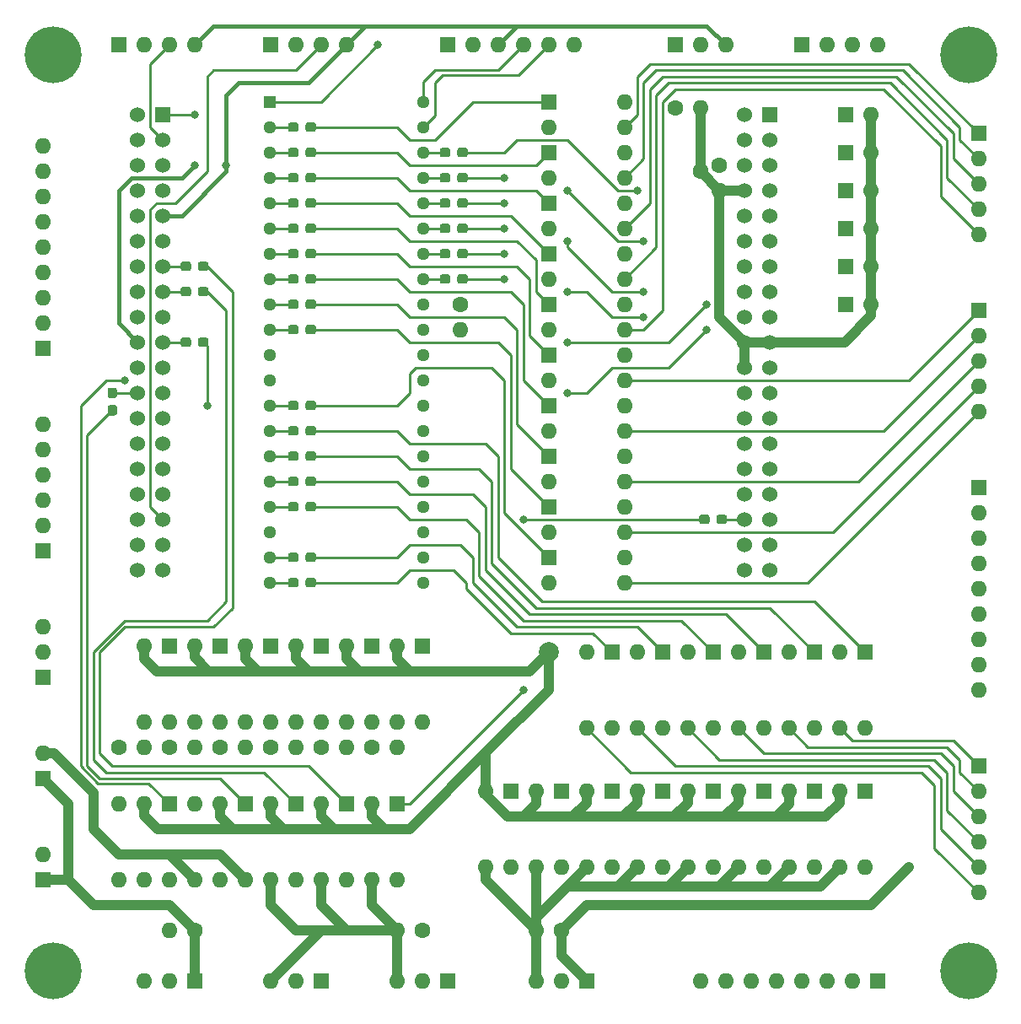
<source format=gbl>
G04 #@! TF.GenerationSoftware,KiCad,Pcbnew,(5.1.6)-1*
G04 #@! TF.CreationDate,2023-04-05T02:19:51+09:00*
G04 #@! TF.ProjectId,SubPCB,53756250-4342-42e6-9b69-6361645f7063,rev?*
G04 #@! TF.SameCoordinates,Original*
G04 #@! TF.FileFunction,Copper,L2,Bot*
G04 #@! TF.FilePolarity,Positive*
%FSLAX46Y46*%
G04 Gerber Fmt 4.6, Leading zero omitted, Abs format (unit mm)*
G04 Created by KiCad (PCBNEW (5.1.6)-1) date 2023-04-05 02:19:51*
%MOMM*%
%LPD*%
G01*
G04 APERTURE LIST*
G04 #@! TA.AperFunction,ComponentPad*
%ADD10O,1.600000X1.600000*%
G04 #@! TD*
G04 #@! TA.AperFunction,ComponentPad*
%ADD11R,1.600000X1.600000*%
G04 #@! TD*
G04 #@! TA.AperFunction,ComponentPad*
%ADD12R,1.530000X1.530000*%
G04 #@! TD*
G04 #@! TA.AperFunction,ComponentPad*
%ADD13C,1.530000*%
G04 #@! TD*
G04 #@! TA.AperFunction,ComponentPad*
%ADD14C,1.600000*%
G04 #@! TD*
G04 #@! TA.AperFunction,ComponentPad*
%ADD15C,1.280000*%
G04 #@! TD*
G04 #@! TA.AperFunction,ComponentPad*
%ADD16R,1.280000X1.280000*%
G04 #@! TD*
G04 #@! TA.AperFunction,ComponentPad*
%ADD17C,5.700000*%
G04 #@! TD*
G04 #@! TA.AperFunction,ViaPad*
%ADD18C,0.800000*%
G04 #@! TD*
G04 #@! TA.AperFunction,ViaPad*
%ADD19C,1.600000*%
G04 #@! TD*
G04 #@! TA.AperFunction,ViaPad*
%ADD20C,2.000000*%
G04 #@! TD*
G04 #@! TA.AperFunction,Conductor*
%ADD21C,0.400000*%
G04 #@! TD*
G04 #@! TA.AperFunction,Conductor*
%ADD22C,1.000000*%
G04 #@! TD*
G04 #@! TA.AperFunction,Conductor*
%ADD23C,0.250000*%
G04 #@! TD*
G04 APERTURE END LIST*
D10*
X83185000Y-6985000D03*
D11*
X80645000Y-6985000D03*
D10*
X83185000Y-10795000D03*
D11*
X80645000Y-10795000D03*
D10*
X83185000Y-14605000D03*
D11*
X80645000Y-14605000D03*
D10*
X83185000Y-18415000D03*
D11*
X80645000Y-18415000D03*
D10*
X83185000Y-22225000D03*
D11*
X80645000Y-22225000D03*
D10*
X83185000Y-26035000D03*
D11*
X80645000Y-26035000D03*
G04 #@! TA.AperFunction,SMDPad,CuDef*
G36*
G01*
X40925000Y-23257500D02*
X40925000Y-23732500D01*
G75*
G02*
X40687500Y-23970000I-237500J0D01*
G01*
X40112500Y-23970000D01*
G75*
G02*
X39875000Y-23732500I0J237500D01*
G01*
X39875000Y-23257500D01*
G75*
G02*
X40112500Y-23020000I237500J0D01*
G01*
X40687500Y-23020000D01*
G75*
G02*
X40925000Y-23257500I0J-237500D01*
G01*
G37*
G04 #@! TD.AperFunction*
G04 #@! TA.AperFunction,SMDPad,CuDef*
G36*
G01*
X42675000Y-23257500D02*
X42675000Y-23732500D01*
G75*
G02*
X42437500Y-23970000I-237500J0D01*
G01*
X41862500Y-23970000D01*
G75*
G02*
X41625000Y-23732500I0J237500D01*
G01*
X41625000Y-23257500D01*
G75*
G02*
X41862500Y-23020000I237500J0D01*
G01*
X42437500Y-23020000D01*
G75*
G02*
X42675000Y-23257500I0J-237500D01*
G01*
G37*
G04 #@! TD.AperFunction*
G04 #@! TA.AperFunction,SMDPad,CuDef*
G36*
G01*
X40925000Y-20717500D02*
X40925000Y-21192500D01*
G75*
G02*
X40687500Y-21430000I-237500J0D01*
G01*
X40112500Y-21430000D01*
G75*
G02*
X39875000Y-21192500I0J237500D01*
G01*
X39875000Y-20717500D01*
G75*
G02*
X40112500Y-20480000I237500J0D01*
G01*
X40687500Y-20480000D01*
G75*
G02*
X40925000Y-20717500I0J-237500D01*
G01*
G37*
G04 #@! TD.AperFunction*
G04 #@! TA.AperFunction,SMDPad,CuDef*
G36*
G01*
X42675000Y-20717500D02*
X42675000Y-21192500D01*
G75*
G02*
X42437500Y-21430000I-237500J0D01*
G01*
X41862500Y-21430000D01*
G75*
G02*
X41625000Y-21192500I0J237500D01*
G01*
X41625000Y-20717500D01*
G75*
G02*
X41862500Y-20480000I237500J0D01*
G01*
X42437500Y-20480000D01*
G75*
G02*
X42675000Y-20717500I0J-237500D01*
G01*
G37*
G04 #@! TD.AperFunction*
G04 #@! TA.AperFunction,SMDPad,CuDef*
G36*
G01*
X40925000Y-18177500D02*
X40925000Y-18652500D01*
G75*
G02*
X40687500Y-18890000I-237500J0D01*
G01*
X40112500Y-18890000D01*
G75*
G02*
X39875000Y-18652500I0J237500D01*
G01*
X39875000Y-18177500D01*
G75*
G02*
X40112500Y-17940000I237500J0D01*
G01*
X40687500Y-17940000D01*
G75*
G02*
X40925000Y-18177500I0J-237500D01*
G01*
G37*
G04 #@! TD.AperFunction*
G04 #@! TA.AperFunction,SMDPad,CuDef*
G36*
G01*
X42675000Y-18177500D02*
X42675000Y-18652500D01*
G75*
G02*
X42437500Y-18890000I-237500J0D01*
G01*
X41862500Y-18890000D01*
G75*
G02*
X41625000Y-18652500I0J237500D01*
G01*
X41625000Y-18177500D01*
G75*
G02*
X41862500Y-17940000I237500J0D01*
G01*
X42437500Y-17940000D01*
G75*
G02*
X42675000Y-18177500I0J-237500D01*
G01*
G37*
G04 #@! TD.AperFunction*
G04 #@! TA.AperFunction,SMDPad,CuDef*
G36*
G01*
X40925000Y-15637500D02*
X40925000Y-16112500D01*
G75*
G02*
X40687500Y-16350000I-237500J0D01*
G01*
X40112500Y-16350000D01*
G75*
G02*
X39875000Y-16112500I0J237500D01*
G01*
X39875000Y-15637500D01*
G75*
G02*
X40112500Y-15400000I237500J0D01*
G01*
X40687500Y-15400000D01*
G75*
G02*
X40925000Y-15637500I0J-237500D01*
G01*
G37*
G04 #@! TD.AperFunction*
G04 #@! TA.AperFunction,SMDPad,CuDef*
G36*
G01*
X42675000Y-15637500D02*
X42675000Y-16112500D01*
G75*
G02*
X42437500Y-16350000I-237500J0D01*
G01*
X41862500Y-16350000D01*
G75*
G02*
X41625000Y-16112500I0J237500D01*
G01*
X41625000Y-15637500D01*
G75*
G02*
X41862500Y-15400000I237500J0D01*
G01*
X42437500Y-15400000D01*
G75*
G02*
X42675000Y-15637500I0J-237500D01*
G01*
G37*
G04 #@! TD.AperFunction*
G04 #@! TA.AperFunction,SMDPad,CuDef*
G36*
G01*
X40925000Y-13097500D02*
X40925000Y-13572500D01*
G75*
G02*
X40687500Y-13810000I-237500J0D01*
G01*
X40112500Y-13810000D01*
G75*
G02*
X39875000Y-13572500I0J237500D01*
G01*
X39875000Y-13097500D01*
G75*
G02*
X40112500Y-12860000I237500J0D01*
G01*
X40687500Y-12860000D01*
G75*
G02*
X40925000Y-13097500I0J-237500D01*
G01*
G37*
G04 #@! TD.AperFunction*
G04 #@! TA.AperFunction,SMDPad,CuDef*
G36*
G01*
X42675000Y-13097500D02*
X42675000Y-13572500D01*
G75*
G02*
X42437500Y-13810000I-237500J0D01*
G01*
X41862500Y-13810000D01*
G75*
G02*
X41625000Y-13572500I0J237500D01*
G01*
X41625000Y-13097500D01*
G75*
G02*
X41862500Y-12860000I237500J0D01*
G01*
X42437500Y-12860000D01*
G75*
G02*
X42675000Y-13097500I0J-237500D01*
G01*
G37*
G04 #@! TD.AperFunction*
G04 #@! TA.AperFunction,SMDPad,CuDef*
G36*
G01*
X40925000Y-10557500D02*
X40925000Y-11032500D01*
G75*
G02*
X40687500Y-11270000I-237500J0D01*
G01*
X40112500Y-11270000D01*
G75*
G02*
X39875000Y-11032500I0J237500D01*
G01*
X39875000Y-10557500D01*
G75*
G02*
X40112500Y-10320000I237500J0D01*
G01*
X40687500Y-10320000D01*
G75*
G02*
X40925000Y-10557500I0J-237500D01*
G01*
G37*
G04 #@! TD.AperFunction*
G04 #@! TA.AperFunction,SMDPad,CuDef*
G36*
G01*
X42675000Y-10557500D02*
X42675000Y-11032500D01*
G75*
G02*
X42437500Y-11270000I-237500J0D01*
G01*
X41862500Y-11270000D01*
G75*
G02*
X41625000Y-11032500I0J237500D01*
G01*
X41625000Y-10557500D01*
G75*
G02*
X41862500Y-10320000I237500J0D01*
G01*
X42437500Y-10320000D01*
G75*
G02*
X42675000Y-10557500I0J-237500D01*
G01*
G37*
G04 #@! TD.AperFunction*
D12*
X73025000Y-6985000D03*
D13*
X73025000Y-52705000D03*
X70485000Y-6985000D03*
X73025000Y-9525000D03*
X70485000Y-9525000D03*
X73025000Y-12065000D03*
X70485000Y-12065000D03*
X73025000Y-14605000D03*
X70485000Y-14605000D03*
X73025000Y-17145000D03*
X70485000Y-17145000D03*
X73025000Y-19685000D03*
X70485000Y-19685000D03*
X73025000Y-22225000D03*
X70485000Y-22225000D03*
X73025000Y-24765000D03*
X70485000Y-24765000D03*
X73025000Y-27305000D03*
X70485000Y-27305000D03*
X73025000Y-29845000D03*
X70485000Y-29845000D03*
X73025000Y-32385000D03*
X70485000Y-32385000D03*
X73025000Y-34925000D03*
X70485000Y-34925000D03*
X73025000Y-37465000D03*
X70485000Y-37465000D03*
X73025000Y-40005000D03*
X70485000Y-40005000D03*
X73025000Y-42545000D03*
X70485000Y-42545000D03*
X73025000Y-45085000D03*
X70485000Y-45085000D03*
X73025000Y-47625000D03*
X70485000Y-47625000D03*
X73025000Y-50165000D03*
X70485000Y-50165000D03*
X70485000Y-52705000D03*
D12*
X12065000Y-6985000D03*
D13*
X12065000Y-52705000D03*
X9525000Y-6985000D03*
X12065000Y-9525000D03*
X9525000Y-9525000D03*
X12065000Y-12065000D03*
X9525000Y-12065000D03*
X12065000Y-14605000D03*
X9525000Y-14605000D03*
X12065000Y-17145000D03*
X9525000Y-17145000D03*
X12065000Y-19685000D03*
X9525000Y-19685000D03*
X12065000Y-22225000D03*
X9525000Y-22225000D03*
X12065000Y-24765000D03*
X9525000Y-24765000D03*
X12065000Y-27305000D03*
X9525000Y-27305000D03*
X12065000Y-29845000D03*
X9525000Y-29845000D03*
X12065000Y-32385000D03*
X9525000Y-32385000D03*
X12065000Y-34925000D03*
X9525000Y-34925000D03*
X12065000Y-37465000D03*
X9525000Y-37465000D03*
X12065000Y-40005000D03*
X9525000Y-40005000D03*
X12065000Y-42545000D03*
X9525000Y-42545000D03*
X12065000Y-45085000D03*
X9525000Y-45085000D03*
X12065000Y-47625000D03*
X9525000Y-47625000D03*
X12065000Y-50165000D03*
X9525000Y-50165000D03*
X9525000Y-52705000D03*
D10*
X25400000Y-93980000D03*
X22860000Y-93980000D03*
D11*
X27940000Y-93980000D03*
X76200000Y0D03*
D10*
X81280000Y0D03*
X78740000Y0D03*
X83820000Y0D03*
X93980000Y-52070000D03*
X93980000Y-46990000D03*
X93980000Y-49530000D03*
D11*
X93980000Y-44450000D03*
D10*
X93980000Y-54610000D03*
X93980000Y-57150000D03*
X93980000Y-59690000D03*
X93980000Y-62230000D03*
X93980000Y-64770000D03*
X46990000Y-82550000D03*
X44450000Y-74930000D03*
X44450000Y-82550000D03*
D11*
X46990000Y-74930000D03*
D10*
X52070000Y-82550000D03*
X49530000Y-74930000D03*
X49530000Y-82550000D03*
D11*
X52070000Y-74930000D03*
D10*
X57150000Y-82550000D03*
X54610000Y-74930000D03*
X54610000Y-82550000D03*
D11*
X57150000Y-74930000D03*
D10*
X62230000Y-82550000D03*
X59690000Y-74930000D03*
X59690000Y-82550000D03*
D11*
X62230000Y-74930000D03*
D10*
X67310000Y-82550000D03*
X64770000Y-74930000D03*
X64770000Y-82550000D03*
D11*
X67310000Y-74930000D03*
D10*
X72390000Y-82550000D03*
X69850000Y-74930000D03*
X69850000Y-82550000D03*
D11*
X72390000Y-74930000D03*
D10*
X77470000Y-82550000D03*
X74930000Y-74930000D03*
X74930000Y-82550000D03*
D11*
X77470000Y-74930000D03*
D10*
X82550000Y-82550000D03*
X80010000Y-74930000D03*
X80010000Y-82550000D03*
D11*
X82550000Y-74930000D03*
D10*
X57150000Y-68580000D03*
X54610000Y-60960000D03*
X54610000Y-68580000D03*
D11*
X57150000Y-60960000D03*
D10*
X62230000Y-68580000D03*
X59690000Y-60960000D03*
X59690000Y-68580000D03*
D11*
X62230000Y-60960000D03*
D10*
X67310000Y-68580000D03*
X64770000Y-60960000D03*
X64770000Y-68580000D03*
D11*
X67310000Y-60960000D03*
D10*
X72390000Y-68580000D03*
X69850000Y-60960000D03*
X69850000Y-68580000D03*
D11*
X72390000Y-60960000D03*
D10*
X77470000Y-68580000D03*
X74930000Y-60960000D03*
X74930000Y-68580000D03*
D11*
X77470000Y-60960000D03*
D10*
X82550000Y-68580000D03*
X80010000Y-60960000D03*
X80010000Y-68580000D03*
D11*
X82550000Y-60960000D03*
D10*
X58420000Y-51435000D03*
X50800000Y-53975000D03*
X58420000Y-53975000D03*
D11*
X50800000Y-51435000D03*
D10*
X58420000Y-46355000D03*
X50800000Y-48895000D03*
X58420000Y-48895000D03*
D11*
X50800000Y-46355000D03*
D10*
X58420000Y-41275000D03*
X50800000Y-43815000D03*
X58420000Y-43815000D03*
D11*
X50800000Y-41275000D03*
D10*
X58420000Y-36195000D03*
X50800000Y-38735000D03*
X58420000Y-38735000D03*
D11*
X50800000Y-36195000D03*
D10*
X58420000Y-31115000D03*
X50800000Y-33655000D03*
X58420000Y-33655000D03*
D11*
X50800000Y-31115000D03*
D10*
X58420000Y-26035000D03*
X50800000Y-28575000D03*
X58420000Y-28575000D03*
D11*
X50800000Y-26035000D03*
D10*
X58420000Y-20955000D03*
X50800000Y-23495000D03*
X58420000Y-23495000D03*
D11*
X50800000Y-20955000D03*
D10*
X58420000Y-15875000D03*
X50800000Y-18415000D03*
X58420000Y-18415000D03*
D11*
X50800000Y-15875000D03*
D10*
X58420000Y-10795000D03*
X50800000Y-13335000D03*
X58420000Y-13335000D03*
D11*
X50800000Y-10795000D03*
D10*
X58420000Y-5715000D03*
X50800000Y-8255000D03*
X58420000Y-8255000D03*
D11*
X50800000Y-5715000D03*
D10*
X12700000Y-67945000D03*
X10160000Y-60325000D03*
X10160000Y-67945000D03*
D11*
X12700000Y-60325000D03*
D10*
X17780000Y-67945000D03*
X15240000Y-60325000D03*
X15240000Y-67945000D03*
D11*
X17780000Y-60325000D03*
D10*
X22860000Y-67945000D03*
X20320000Y-60325000D03*
X20320000Y-67945000D03*
D11*
X22860000Y-60325000D03*
D10*
X27940000Y-67945000D03*
X25400000Y-60325000D03*
X25400000Y-67945000D03*
D11*
X27940000Y-60325000D03*
D10*
X33020000Y-67945000D03*
X30480000Y-60325000D03*
X30480000Y-67945000D03*
D11*
X33020000Y-60325000D03*
D10*
X38100000Y-67945000D03*
X35560000Y-60325000D03*
X35560000Y-67945000D03*
D11*
X38100000Y-60325000D03*
D10*
X25400000Y-83820000D03*
X22860000Y-76200000D03*
X22860000Y-83820000D03*
D11*
X25400000Y-76200000D03*
D10*
X30480000Y-83820000D03*
X27940000Y-76200000D03*
X27940000Y-83820000D03*
D11*
X30480000Y-76200000D03*
D10*
X35560000Y-83820000D03*
X33020000Y-76200000D03*
X33020000Y-83820000D03*
D11*
X35560000Y-76200000D03*
D10*
X12700000Y-83820000D03*
X7620000Y-76200000D03*
X10160000Y-83820000D03*
X10160000Y-76200000D03*
X7620000Y-83820000D03*
D11*
X12700000Y-76200000D03*
D10*
X20320000Y-83820000D03*
X15240000Y-76200000D03*
X17780000Y-83820000D03*
X17780000Y-76200000D03*
X15240000Y-83820000D03*
D11*
X20320000Y-76200000D03*
G04 #@! TA.AperFunction,SMDPad,CuDef*
G36*
G01*
X25685000Y-53737500D02*
X25685000Y-54212500D01*
G75*
G02*
X25447500Y-54450000I-237500J0D01*
G01*
X24872500Y-54450000D01*
G75*
G02*
X24635000Y-54212500I0J237500D01*
G01*
X24635000Y-53737500D01*
G75*
G02*
X24872500Y-53500000I237500J0D01*
G01*
X25447500Y-53500000D01*
G75*
G02*
X25685000Y-53737500I0J-237500D01*
G01*
G37*
G04 #@! TD.AperFunction*
G04 #@! TA.AperFunction,SMDPad,CuDef*
G36*
G01*
X27435000Y-53737500D02*
X27435000Y-54212500D01*
G75*
G02*
X27197500Y-54450000I-237500J0D01*
G01*
X26622500Y-54450000D01*
G75*
G02*
X26385000Y-54212500I0J237500D01*
G01*
X26385000Y-53737500D01*
G75*
G02*
X26622500Y-53500000I237500J0D01*
G01*
X27197500Y-53500000D01*
G75*
G02*
X27435000Y-53737500I0J-237500D01*
G01*
G37*
G04 #@! TD.AperFunction*
G04 #@! TA.AperFunction,SMDPad,CuDef*
G36*
G01*
X25685000Y-51197500D02*
X25685000Y-51672500D01*
G75*
G02*
X25447500Y-51910000I-237500J0D01*
G01*
X24872500Y-51910000D01*
G75*
G02*
X24635000Y-51672500I0J237500D01*
G01*
X24635000Y-51197500D01*
G75*
G02*
X24872500Y-50960000I237500J0D01*
G01*
X25447500Y-50960000D01*
G75*
G02*
X25685000Y-51197500I0J-237500D01*
G01*
G37*
G04 #@! TD.AperFunction*
G04 #@! TA.AperFunction,SMDPad,CuDef*
G36*
G01*
X27435000Y-51197500D02*
X27435000Y-51672500D01*
G75*
G02*
X27197500Y-51910000I-237500J0D01*
G01*
X26622500Y-51910000D01*
G75*
G02*
X26385000Y-51672500I0J237500D01*
G01*
X26385000Y-51197500D01*
G75*
G02*
X26622500Y-50960000I237500J0D01*
G01*
X27197500Y-50960000D01*
G75*
G02*
X27435000Y-51197500I0J-237500D01*
G01*
G37*
G04 #@! TD.AperFunction*
G04 #@! TA.AperFunction,SMDPad,CuDef*
G36*
G01*
X25685000Y-46117500D02*
X25685000Y-46592500D01*
G75*
G02*
X25447500Y-46830000I-237500J0D01*
G01*
X24872500Y-46830000D01*
G75*
G02*
X24635000Y-46592500I0J237500D01*
G01*
X24635000Y-46117500D01*
G75*
G02*
X24872500Y-45880000I237500J0D01*
G01*
X25447500Y-45880000D01*
G75*
G02*
X25685000Y-46117500I0J-237500D01*
G01*
G37*
G04 #@! TD.AperFunction*
G04 #@! TA.AperFunction,SMDPad,CuDef*
G36*
G01*
X27435000Y-46117500D02*
X27435000Y-46592500D01*
G75*
G02*
X27197500Y-46830000I-237500J0D01*
G01*
X26622500Y-46830000D01*
G75*
G02*
X26385000Y-46592500I0J237500D01*
G01*
X26385000Y-46117500D01*
G75*
G02*
X26622500Y-45880000I237500J0D01*
G01*
X27197500Y-45880000D01*
G75*
G02*
X27435000Y-46117500I0J-237500D01*
G01*
G37*
G04 #@! TD.AperFunction*
G04 #@! TA.AperFunction,SMDPad,CuDef*
G36*
G01*
X25685000Y-43577500D02*
X25685000Y-44052500D01*
G75*
G02*
X25447500Y-44290000I-237500J0D01*
G01*
X24872500Y-44290000D01*
G75*
G02*
X24635000Y-44052500I0J237500D01*
G01*
X24635000Y-43577500D01*
G75*
G02*
X24872500Y-43340000I237500J0D01*
G01*
X25447500Y-43340000D01*
G75*
G02*
X25685000Y-43577500I0J-237500D01*
G01*
G37*
G04 #@! TD.AperFunction*
G04 #@! TA.AperFunction,SMDPad,CuDef*
G36*
G01*
X27435000Y-43577500D02*
X27435000Y-44052500D01*
G75*
G02*
X27197500Y-44290000I-237500J0D01*
G01*
X26622500Y-44290000D01*
G75*
G02*
X26385000Y-44052500I0J237500D01*
G01*
X26385000Y-43577500D01*
G75*
G02*
X26622500Y-43340000I237500J0D01*
G01*
X27197500Y-43340000D01*
G75*
G02*
X27435000Y-43577500I0J-237500D01*
G01*
G37*
G04 #@! TD.AperFunction*
G04 #@! TA.AperFunction,SMDPad,CuDef*
G36*
G01*
X25685000Y-41037500D02*
X25685000Y-41512500D01*
G75*
G02*
X25447500Y-41750000I-237500J0D01*
G01*
X24872500Y-41750000D01*
G75*
G02*
X24635000Y-41512500I0J237500D01*
G01*
X24635000Y-41037500D01*
G75*
G02*
X24872500Y-40800000I237500J0D01*
G01*
X25447500Y-40800000D01*
G75*
G02*
X25685000Y-41037500I0J-237500D01*
G01*
G37*
G04 #@! TD.AperFunction*
G04 #@! TA.AperFunction,SMDPad,CuDef*
G36*
G01*
X27435000Y-41037500D02*
X27435000Y-41512500D01*
G75*
G02*
X27197500Y-41750000I-237500J0D01*
G01*
X26622500Y-41750000D01*
G75*
G02*
X26385000Y-41512500I0J237500D01*
G01*
X26385000Y-41037500D01*
G75*
G02*
X26622500Y-40800000I237500J0D01*
G01*
X27197500Y-40800000D01*
G75*
G02*
X27435000Y-41037500I0J-237500D01*
G01*
G37*
G04 #@! TD.AperFunction*
G04 #@! TA.AperFunction,SMDPad,CuDef*
G36*
G01*
X25685000Y-38497500D02*
X25685000Y-38972500D01*
G75*
G02*
X25447500Y-39210000I-237500J0D01*
G01*
X24872500Y-39210000D01*
G75*
G02*
X24635000Y-38972500I0J237500D01*
G01*
X24635000Y-38497500D01*
G75*
G02*
X24872500Y-38260000I237500J0D01*
G01*
X25447500Y-38260000D01*
G75*
G02*
X25685000Y-38497500I0J-237500D01*
G01*
G37*
G04 #@! TD.AperFunction*
G04 #@! TA.AperFunction,SMDPad,CuDef*
G36*
G01*
X27435000Y-38497500D02*
X27435000Y-38972500D01*
G75*
G02*
X27197500Y-39210000I-237500J0D01*
G01*
X26622500Y-39210000D01*
G75*
G02*
X26385000Y-38972500I0J237500D01*
G01*
X26385000Y-38497500D01*
G75*
G02*
X26622500Y-38260000I237500J0D01*
G01*
X27197500Y-38260000D01*
G75*
G02*
X27435000Y-38497500I0J-237500D01*
G01*
G37*
G04 #@! TD.AperFunction*
G04 #@! TA.AperFunction,SMDPad,CuDef*
G36*
G01*
X25685000Y-35957500D02*
X25685000Y-36432500D01*
G75*
G02*
X25447500Y-36670000I-237500J0D01*
G01*
X24872500Y-36670000D01*
G75*
G02*
X24635000Y-36432500I0J237500D01*
G01*
X24635000Y-35957500D01*
G75*
G02*
X24872500Y-35720000I237500J0D01*
G01*
X25447500Y-35720000D01*
G75*
G02*
X25685000Y-35957500I0J-237500D01*
G01*
G37*
G04 #@! TD.AperFunction*
G04 #@! TA.AperFunction,SMDPad,CuDef*
G36*
G01*
X27435000Y-35957500D02*
X27435000Y-36432500D01*
G75*
G02*
X27197500Y-36670000I-237500J0D01*
G01*
X26622500Y-36670000D01*
G75*
G02*
X26385000Y-36432500I0J237500D01*
G01*
X26385000Y-35957500D01*
G75*
G02*
X26622500Y-35720000I237500J0D01*
G01*
X27197500Y-35720000D01*
G75*
G02*
X27435000Y-35957500I0J-237500D01*
G01*
G37*
G04 #@! TD.AperFunction*
G04 #@! TA.AperFunction,SMDPad,CuDef*
G36*
G01*
X25685000Y-28337500D02*
X25685000Y-28812500D01*
G75*
G02*
X25447500Y-29050000I-237500J0D01*
G01*
X24872500Y-29050000D01*
G75*
G02*
X24635000Y-28812500I0J237500D01*
G01*
X24635000Y-28337500D01*
G75*
G02*
X24872500Y-28100000I237500J0D01*
G01*
X25447500Y-28100000D01*
G75*
G02*
X25685000Y-28337500I0J-237500D01*
G01*
G37*
G04 #@! TD.AperFunction*
G04 #@! TA.AperFunction,SMDPad,CuDef*
G36*
G01*
X27435000Y-28337500D02*
X27435000Y-28812500D01*
G75*
G02*
X27197500Y-29050000I-237500J0D01*
G01*
X26622500Y-29050000D01*
G75*
G02*
X26385000Y-28812500I0J237500D01*
G01*
X26385000Y-28337500D01*
G75*
G02*
X26622500Y-28100000I237500J0D01*
G01*
X27197500Y-28100000D01*
G75*
G02*
X27435000Y-28337500I0J-237500D01*
G01*
G37*
G04 #@! TD.AperFunction*
G04 #@! TA.AperFunction,SMDPad,CuDef*
G36*
G01*
X25685000Y-25797500D02*
X25685000Y-26272500D01*
G75*
G02*
X25447500Y-26510000I-237500J0D01*
G01*
X24872500Y-26510000D01*
G75*
G02*
X24635000Y-26272500I0J237500D01*
G01*
X24635000Y-25797500D01*
G75*
G02*
X24872500Y-25560000I237500J0D01*
G01*
X25447500Y-25560000D01*
G75*
G02*
X25685000Y-25797500I0J-237500D01*
G01*
G37*
G04 #@! TD.AperFunction*
G04 #@! TA.AperFunction,SMDPad,CuDef*
G36*
G01*
X27435000Y-25797500D02*
X27435000Y-26272500D01*
G75*
G02*
X27197500Y-26510000I-237500J0D01*
G01*
X26622500Y-26510000D01*
G75*
G02*
X26385000Y-26272500I0J237500D01*
G01*
X26385000Y-25797500D01*
G75*
G02*
X26622500Y-25560000I237500J0D01*
G01*
X27197500Y-25560000D01*
G75*
G02*
X27435000Y-25797500I0J-237500D01*
G01*
G37*
G04 #@! TD.AperFunction*
G04 #@! TA.AperFunction,SMDPad,CuDef*
G36*
G01*
X25685000Y-23257500D02*
X25685000Y-23732500D01*
G75*
G02*
X25447500Y-23970000I-237500J0D01*
G01*
X24872500Y-23970000D01*
G75*
G02*
X24635000Y-23732500I0J237500D01*
G01*
X24635000Y-23257500D01*
G75*
G02*
X24872500Y-23020000I237500J0D01*
G01*
X25447500Y-23020000D01*
G75*
G02*
X25685000Y-23257500I0J-237500D01*
G01*
G37*
G04 #@! TD.AperFunction*
G04 #@! TA.AperFunction,SMDPad,CuDef*
G36*
G01*
X27435000Y-23257500D02*
X27435000Y-23732500D01*
G75*
G02*
X27197500Y-23970000I-237500J0D01*
G01*
X26622500Y-23970000D01*
G75*
G02*
X26385000Y-23732500I0J237500D01*
G01*
X26385000Y-23257500D01*
G75*
G02*
X26622500Y-23020000I237500J0D01*
G01*
X27197500Y-23020000D01*
G75*
G02*
X27435000Y-23257500I0J-237500D01*
G01*
G37*
G04 #@! TD.AperFunction*
G04 #@! TA.AperFunction,SMDPad,CuDef*
G36*
G01*
X25685000Y-20717500D02*
X25685000Y-21192500D01*
G75*
G02*
X25447500Y-21430000I-237500J0D01*
G01*
X24872500Y-21430000D01*
G75*
G02*
X24635000Y-21192500I0J237500D01*
G01*
X24635000Y-20717500D01*
G75*
G02*
X24872500Y-20480000I237500J0D01*
G01*
X25447500Y-20480000D01*
G75*
G02*
X25685000Y-20717500I0J-237500D01*
G01*
G37*
G04 #@! TD.AperFunction*
G04 #@! TA.AperFunction,SMDPad,CuDef*
G36*
G01*
X27435000Y-20717500D02*
X27435000Y-21192500D01*
G75*
G02*
X27197500Y-21430000I-237500J0D01*
G01*
X26622500Y-21430000D01*
G75*
G02*
X26385000Y-21192500I0J237500D01*
G01*
X26385000Y-20717500D01*
G75*
G02*
X26622500Y-20480000I237500J0D01*
G01*
X27197500Y-20480000D01*
G75*
G02*
X27435000Y-20717500I0J-237500D01*
G01*
G37*
G04 #@! TD.AperFunction*
G04 #@! TA.AperFunction,SMDPad,CuDef*
G36*
G01*
X25685000Y-18177500D02*
X25685000Y-18652500D01*
G75*
G02*
X25447500Y-18890000I-237500J0D01*
G01*
X24872500Y-18890000D01*
G75*
G02*
X24635000Y-18652500I0J237500D01*
G01*
X24635000Y-18177500D01*
G75*
G02*
X24872500Y-17940000I237500J0D01*
G01*
X25447500Y-17940000D01*
G75*
G02*
X25685000Y-18177500I0J-237500D01*
G01*
G37*
G04 #@! TD.AperFunction*
G04 #@! TA.AperFunction,SMDPad,CuDef*
G36*
G01*
X27435000Y-18177500D02*
X27435000Y-18652500D01*
G75*
G02*
X27197500Y-18890000I-237500J0D01*
G01*
X26622500Y-18890000D01*
G75*
G02*
X26385000Y-18652500I0J237500D01*
G01*
X26385000Y-18177500D01*
G75*
G02*
X26622500Y-17940000I237500J0D01*
G01*
X27197500Y-17940000D01*
G75*
G02*
X27435000Y-18177500I0J-237500D01*
G01*
G37*
G04 #@! TD.AperFunction*
G04 #@! TA.AperFunction,SMDPad,CuDef*
G36*
G01*
X25685000Y-15637500D02*
X25685000Y-16112500D01*
G75*
G02*
X25447500Y-16350000I-237500J0D01*
G01*
X24872500Y-16350000D01*
G75*
G02*
X24635000Y-16112500I0J237500D01*
G01*
X24635000Y-15637500D01*
G75*
G02*
X24872500Y-15400000I237500J0D01*
G01*
X25447500Y-15400000D01*
G75*
G02*
X25685000Y-15637500I0J-237500D01*
G01*
G37*
G04 #@! TD.AperFunction*
G04 #@! TA.AperFunction,SMDPad,CuDef*
G36*
G01*
X27435000Y-15637500D02*
X27435000Y-16112500D01*
G75*
G02*
X27197500Y-16350000I-237500J0D01*
G01*
X26622500Y-16350000D01*
G75*
G02*
X26385000Y-16112500I0J237500D01*
G01*
X26385000Y-15637500D01*
G75*
G02*
X26622500Y-15400000I237500J0D01*
G01*
X27197500Y-15400000D01*
G75*
G02*
X27435000Y-15637500I0J-237500D01*
G01*
G37*
G04 #@! TD.AperFunction*
G04 #@! TA.AperFunction,SMDPad,CuDef*
G36*
G01*
X25685000Y-13097500D02*
X25685000Y-13572500D01*
G75*
G02*
X25447500Y-13810000I-237500J0D01*
G01*
X24872500Y-13810000D01*
G75*
G02*
X24635000Y-13572500I0J237500D01*
G01*
X24635000Y-13097500D01*
G75*
G02*
X24872500Y-12860000I237500J0D01*
G01*
X25447500Y-12860000D01*
G75*
G02*
X25685000Y-13097500I0J-237500D01*
G01*
G37*
G04 #@! TD.AperFunction*
G04 #@! TA.AperFunction,SMDPad,CuDef*
G36*
G01*
X27435000Y-13097500D02*
X27435000Y-13572500D01*
G75*
G02*
X27197500Y-13810000I-237500J0D01*
G01*
X26622500Y-13810000D01*
G75*
G02*
X26385000Y-13572500I0J237500D01*
G01*
X26385000Y-13097500D01*
G75*
G02*
X26622500Y-12860000I237500J0D01*
G01*
X27197500Y-12860000D01*
G75*
G02*
X27435000Y-13097500I0J-237500D01*
G01*
G37*
G04 #@! TD.AperFunction*
G04 #@! TA.AperFunction,SMDPad,CuDef*
G36*
G01*
X25685000Y-10557500D02*
X25685000Y-11032500D01*
G75*
G02*
X25447500Y-11270000I-237500J0D01*
G01*
X24872500Y-11270000D01*
G75*
G02*
X24635000Y-11032500I0J237500D01*
G01*
X24635000Y-10557500D01*
G75*
G02*
X24872500Y-10320000I237500J0D01*
G01*
X25447500Y-10320000D01*
G75*
G02*
X25685000Y-10557500I0J-237500D01*
G01*
G37*
G04 #@! TD.AperFunction*
G04 #@! TA.AperFunction,SMDPad,CuDef*
G36*
G01*
X27435000Y-10557500D02*
X27435000Y-11032500D01*
G75*
G02*
X27197500Y-11270000I-237500J0D01*
G01*
X26622500Y-11270000D01*
G75*
G02*
X26385000Y-11032500I0J237500D01*
G01*
X26385000Y-10557500D01*
G75*
G02*
X26622500Y-10320000I237500J0D01*
G01*
X27197500Y-10320000D01*
G75*
G02*
X27435000Y-10557500I0J-237500D01*
G01*
G37*
G04 #@! TD.AperFunction*
G04 #@! TA.AperFunction,SMDPad,CuDef*
G36*
G01*
X25685000Y-8017500D02*
X25685000Y-8492500D01*
G75*
G02*
X25447500Y-8730000I-237500J0D01*
G01*
X24872500Y-8730000D01*
G75*
G02*
X24635000Y-8492500I0J237500D01*
G01*
X24635000Y-8017500D01*
G75*
G02*
X24872500Y-7780000I237500J0D01*
G01*
X25447500Y-7780000D01*
G75*
G02*
X25685000Y-8017500I0J-237500D01*
G01*
G37*
G04 #@! TD.AperFunction*
G04 #@! TA.AperFunction,SMDPad,CuDef*
G36*
G01*
X27435000Y-8017500D02*
X27435000Y-8492500D01*
G75*
G02*
X27197500Y-8730000I-237500J0D01*
G01*
X26622500Y-8730000D01*
G75*
G02*
X26385000Y-8492500I0J237500D01*
G01*
X26385000Y-8017500D01*
G75*
G02*
X26622500Y-7780000I237500J0D01*
G01*
X27197500Y-7780000D01*
G75*
G02*
X27435000Y-8017500I0J-237500D01*
G01*
G37*
G04 #@! TD.AperFunction*
D10*
X10160000Y-70485000D03*
D14*
X7620000Y-70485000D03*
D10*
X15240000Y-70485000D03*
D14*
X12700000Y-70485000D03*
D10*
X20320000Y-70485000D03*
D14*
X17780000Y-70485000D03*
D10*
X25400000Y-70485000D03*
D14*
X22860000Y-70485000D03*
D10*
X30480000Y-70485000D03*
D14*
X27940000Y-70485000D03*
D10*
X35560000Y-70485000D03*
D14*
X33020000Y-70485000D03*
G04 #@! TA.AperFunction,SMDPad,CuDef*
G36*
G01*
X14890000Y-29607500D02*
X14890000Y-30082500D01*
G75*
G02*
X14652500Y-30320000I-237500J0D01*
G01*
X14077500Y-30320000D01*
G75*
G02*
X13840000Y-30082500I0J237500D01*
G01*
X13840000Y-29607500D01*
G75*
G02*
X14077500Y-29370000I237500J0D01*
G01*
X14652500Y-29370000D01*
G75*
G02*
X14890000Y-29607500I0J-237500D01*
G01*
G37*
G04 #@! TD.AperFunction*
G04 #@! TA.AperFunction,SMDPad,CuDef*
G36*
G01*
X16640000Y-29607500D02*
X16640000Y-30082500D01*
G75*
G02*
X16402500Y-30320000I-237500J0D01*
G01*
X15827500Y-30320000D01*
G75*
G02*
X15590000Y-30082500I0J237500D01*
G01*
X15590000Y-29607500D01*
G75*
G02*
X15827500Y-29370000I237500J0D01*
G01*
X16402500Y-29370000D01*
G75*
G02*
X16640000Y-29607500I0J-237500D01*
G01*
G37*
G04 #@! TD.AperFunction*
G04 #@! TA.AperFunction,SMDPad,CuDef*
G36*
G01*
X14890000Y-24527500D02*
X14890000Y-25002500D01*
G75*
G02*
X14652500Y-25240000I-237500J0D01*
G01*
X14077500Y-25240000D01*
G75*
G02*
X13840000Y-25002500I0J237500D01*
G01*
X13840000Y-24527500D01*
G75*
G02*
X14077500Y-24290000I237500J0D01*
G01*
X14652500Y-24290000D01*
G75*
G02*
X14890000Y-24527500I0J-237500D01*
G01*
G37*
G04 #@! TD.AperFunction*
G04 #@! TA.AperFunction,SMDPad,CuDef*
G36*
G01*
X16640000Y-24527500D02*
X16640000Y-25002500D01*
G75*
G02*
X16402500Y-25240000I-237500J0D01*
G01*
X15827500Y-25240000D01*
G75*
G02*
X15590000Y-25002500I0J237500D01*
G01*
X15590000Y-24527500D01*
G75*
G02*
X15827500Y-24290000I237500J0D01*
G01*
X16402500Y-24290000D01*
G75*
G02*
X16640000Y-24527500I0J-237500D01*
G01*
G37*
G04 #@! TD.AperFunction*
G04 #@! TA.AperFunction,SMDPad,CuDef*
G36*
G01*
X14890000Y-21987500D02*
X14890000Y-22462500D01*
G75*
G02*
X14652500Y-22700000I-237500J0D01*
G01*
X14077500Y-22700000D01*
G75*
G02*
X13840000Y-22462500I0J237500D01*
G01*
X13840000Y-21987500D01*
G75*
G02*
X14077500Y-21750000I237500J0D01*
G01*
X14652500Y-21750000D01*
G75*
G02*
X14890000Y-21987500I0J-237500D01*
G01*
G37*
G04 #@! TD.AperFunction*
G04 #@! TA.AperFunction,SMDPad,CuDef*
G36*
G01*
X16640000Y-21987500D02*
X16640000Y-22462500D01*
G75*
G02*
X16402500Y-22700000I-237500J0D01*
G01*
X15827500Y-22700000D01*
G75*
G02*
X15590000Y-22462500I0J237500D01*
G01*
X15590000Y-21987500D01*
G75*
G02*
X15827500Y-21750000I237500J0D01*
G01*
X16402500Y-21750000D01*
G75*
G02*
X16640000Y-21987500I0J-237500D01*
G01*
G37*
G04 #@! TD.AperFunction*
G04 #@! TA.AperFunction,SMDPad,CuDef*
G36*
G01*
X67660000Y-47862500D02*
X67660000Y-47387500D01*
G75*
G02*
X67897500Y-47150000I237500J0D01*
G01*
X68472500Y-47150000D01*
G75*
G02*
X68710000Y-47387500I0J-237500D01*
G01*
X68710000Y-47862500D01*
G75*
G02*
X68472500Y-48100000I-237500J0D01*
G01*
X67897500Y-48100000D01*
G75*
G02*
X67660000Y-47862500I0J237500D01*
G01*
G37*
G04 #@! TD.AperFunction*
G04 #@! TA.AperFunction,SMDPad,CuDef*
G36*
G01*
X65910000Y-47862500D02*
X65910000Y-47387500D01*
G75*
G02*
X66147500Y-47150000I237500J0D01*
G01*
X66722500Y-47150000D01*
G75*
G02*
X66960000Y-47387500I0J-237500D01*
G01*
X66960000Y-47862500D01*
G75*
G02*
X66722500Y-48100000I-237500J0D01*
G01*
X66147500Y-48100000D01*
G75*
G02*
X65910000Y-47862500I0J237500D01*
G01*
G37*
G04 #@! TD.AperFunction*
G04 #@! TA.AperFunction,SMDPad,CuDef*
G36*
G01*
X7222500Y-35450000D02*
X6747500Y-35450000D01*
G75*
G02*
X6510000Y-35212500I0J237500D01*
G01*
X6510000Y-34637500D01*
G75*
G02*
X6747500Y-34400000I237500J0D01*
G01*
X7222500Y-34400000D01*
G75*
G02*
X7460000Y-34637500I0J-237500D01*
G01*
X7460000Y-35212500D01*
G75*
G02*
X7222500Y-35450000I-237500J0D01*
G01*
G37*
G04 #@! TD.AperFunction*
G04 #@! TA.AperFunction,SMDPad,CuDef*
G36*
G01*
X7222500Y-37200000D02*
X6747500Y-37200000D01*
G75*
G02*
X6510000Y-36962500I0J237500D01*
G01*
X6510000Y-36387500D01*
G75*
G02*
X6747500Y-36150000I237500J0D01*
G01*
X7222500Y-36150000D01*
G75*
G02*
X7460000Y-36387500I0J-237500D01*
G01*
X7460000Y-36962500D01*
G75*
G02*
X7222500Y-37200000I-237500J0D01*
G01*
G37*
G04 #@! TD.AperFunction*
D10*
X53340000Y0D03*
X50800000Y0D03*
D11*
X40640000Y0D03*
D10*
X45720000Y0D03*
X43180000Y0D03*
X48260000Y0D03*
D11*
X0Y-83820000D03*
D10*
X0Y-81280000D03*
X93980000Y-85090000D03*
X93980000Y-82550000D03*
D11*
X93980000Y-72390000D03*
D10*
X93980000Y-77470000D03*
X93980000Y-74930000D03*
X93980000Y-80010000D03*
X93980000Y-34290000D03*
X93980000Y-29210000D03*
X93980000Y-31750000D03*
D11*
X93980000Y-26670000D03*
D10*
X93980000Y-36830000D03*
X93980000Y-16510000D03*
X93980000Y-11430000D03*
X93980000Y-13970000D03*
D11*
X93980000Y-8890000D03*
D10*
X93980000Y-19050000D03*
X66040000Y-93980000D03*
X68580000Y-93980000D03*
X71120000Y-93980000D03*
X73660000Y-93980000D03*
D11*
X83820000Y-93980000D03*
D10*
X78740000Y-93980000D03*
X81280000Y-93980000D03*
X76200000Y-93980000D03*
X0Y-38100000D03*
X0Y-40640000D03*
D11*
X0Y-50800000D03*
D10*
X0Y-45720000D03*
X0Y-48260000D03*
X0Y-43180000D03*
X0Y-22860000D03*
X0Y-27940000D03*
X0Y-25400000D03*
D11*
X0Y-30480000D03*
D10*
X0Y-20320000D03*
X0Y-17780000D03*
X0Y-15240000D03*
X0Y-12700000D03*
X0Y-10160000D03*
X12700000Y-93980000D03*
X10160000Y-93980000D03*
D11*
X15240000Y-93980000D03*
D10*
X38100000Y-93980000D03*
X35560000Y-93980000D03*
D11*
X40640000Y-93980000D03*
D10*
X52070000Y-93980000D03*
X49530000Y-93980000D03*
D11*
X54610000Y-93980000D03*
D10*
X66040000Y0D03*
X68580000Y0D03*
D11*
X63500000Y0D03*
X0Y-73660000D03*
D10*
X0Y-71120000D03*
X0Y-60960000D03*
X0Y-58420000D03*
D11*
X0Y-63500000D03*
D14*
X41910000Y-26035000D03*
D10*
X41910000Y-28575000D03*
D14*
X67945000Y-12065000D03*
D10*
X67945000Y-14605000D03*
D14*
X15240000Y-88900000D03*
D10*
X12700000Y-88900000D03*
D14*
X38100000Y-88900000D03*
D10*
X35560000Y-88900000D03*
D14*
X52070000Y-88900000D03*
D10*
X49530000Y-88900000D03*
D14*
X63500000Y-6350000D03*
D10*
X66040000Y-6350000D03*
D11*
X22860000Y0D03*
D10*
X27940000Y0D03*
X25400000Y0D03*
X30480000Y0D03*
D11*
X7620000Y0D03*
D10*
X12700000Y0D03*
X10160000Y0D03*
X15240000Y0D03*
D15*
X38197500Y-5715000D03*
X38197500Y-8255000D03*
X38197500Y-10795000D03*
X38197500Y-13335000D03*
X38197500Y-15875000D03*
X38197500Y-18415000D03*
X38197500Y-20955000D03*
X38197500Y-23495000D03*
X38197500Y-26035000D03*
X38197500Y-28575000D03*
X38197500Y-31115000D03*
X38197500Y-33655000D03*
X38197500Y-36195000D03*
X38197500Y-38735000D03*
X38197500Y-41275000D03*
X38197500Y-43815000D03*
X38197500Y-46355000D03*
X38197500Y-48895000D03*
X38197500Y-51435000D03*
X38197500Y-53975000D03*
X22762500Y-53975000D03*
X22762500Y-51435000D03*
X22762500Y-48895000D03*
X22762500Y-46355000D03*
X22762500Y-43815000D03*
X22762500Y-41275000D03*
X22762500Y-38735000D03*
X22762500Y-36195000D03*
X22762500Y-33655000D03*
X22762500Y-31115000D03*
X22762500Y-28575000D03*
X22762500Y-26035000D03*
X22762500Y-23495000D03*
X22762500Y-20955000D03*
X22762500Y-18415000D03*
X22762500Y-15875000D03*
X22762500Y-13335000D03*
X22762500Y-10795000D03*
X22762500Y-8255000D03*
D16*
X22762500Y-5715000D03*
D17*
X92980000Y-92980000D03*
X1000000Y-92980000D03*
X92980000Y-1000000D03*
X1000000Y-1000000D03*
D18*
X15240000Y-12065000D03*
X18415000Y-12065000D03*
D19*
X66040000Y-12700000D03*
D20*
X50800000Y-60960000D03*
D18*
X86995000Y-82550000D03*
X15240000Y-6985000D03*
X8255000Y-33655000D03*
X48260000Y-47625000D03*
X48260000Y-64770000D03*
X16510000Y-36195000D03*
X33655000Y0D03*
X59690000Y-14605000D03*
X46355000Y-13335000D03*
X52705000Y-14605000D03*
X60325000Y-19685000D03*
X60325000Y-24765000D03*
X46355000Y-15875000D03*
X52705000Y-19685000D03*
X46355000Y-18415000D03*
X52705000Y-24765000D03*
X60325000Y-27305000D03*
X46355000Y-20955000D03*
X52705000Y-29845000D03*
X66675000Y-26035000D03*
X46355000Y-23495000D03*
X52705000Y-34925000D03*
X66675000Y-28575000D03*
D21*
X68580000Y0D02*
X66675000Y1905000D01*
X47625000Y1905000D02*
X45720000Y0D01*
X66675000Y1905000D02*
X47625000Y1905000D01*
X32385000Y1905000D02*
X30480000Y0D01*
X47625000Y1905000D02*
X32385000Y1905000D01*
X17145000Y1905000D02*
X15240000Y0D01*
X32385000Y1905000D02*
X17145000Y1905000D01*
X12065000Y-17145000D02*
X13970000Y-17145000D01*
X13970000Y-17145000D02*
X18415000Y-12700000D01*
X18415000Y-12700000D02*
X18415000Y-5080000D01*
X18415000Y-5080000D02*
X19685000Y-3810000D01*
X26670000Y-3810000D02*
X30480000Y0D01*
X19685000Y-3810000D02*
X26670000Y-3810000D01*
X8890000Y-13335000D02*
X13970000Y-13335000D01*
X7620000Y-14605000D02*
X8890000Y-13335000D01*
X13970000Y-13335000D02*
X15240000Y-12065000D01*
X7620000Y-27940000D02*
X7620000Y-14605000D01*
X9525000Y-29845000D02*
X7620000Y-27940000D01*
D22*
X67945000Y-14605000D02*
X70485000Y-14605000D01*
X67945000Y-27305000D02*
X70485000Y-29845000D01*
X67945000Y-14605000D02*
X67945000Y-27305000D01*
X70485000Y-32385000D02*
X70485000Y-29845000D01*
X70485000Y-29845000D02*
X73025000Y-29845000D01*
X66040000Y-6350000D02*
X66040000Y-12700000D01*
X66040000Y-12700000D02*
X67945000Y-14605000D01*
X80010000Y-76061370D02*
X78601370Y-77470000D01*
X80010000Y-74930000D02*
X80010000Y-76061370D01*
X44450000Y-75250002D02*
X44450000Y-74930000D01*
X46669998Y-77470000D02*
X44450000Y-75250002D01*
X50800000Y-64770000D02*
X50800000Y-60960000D01*
X10160000Y-76200000D02*
X10160000Y-77331370D01*
X10160000Y-77331370D02*
X11568630Y-78740000D01*
X44450000Y-71120000D02*
X44767500Y-70802500D01*
X36830000Y-78740000D02*
X44767500Y-70802500D01*
X44450000Y-74930000D02*
X44450000Y-71120000D01*
X44767500Y-70802500D02*
X50800000Y-64770000D01*
X53201370Y-77470000D02*
X52070000Y-77470000D01*
X54610000Y-76061370D02*
X53201370Y-77470000D01*
X54610000Y-74930000D02*
X54610000Y-76061370D01*
X58281370Y-77470000D02*
X57150000Y-77470000D01*
X59690000Y-76061370D02*
X58281370Y-77470000D01*
X59690000Y-74930000D02*
X59690000Y-76061370D01*
X57150000Y-77470000D02*
X52070000Y-77470000D01*
X63361370Y-77470000D02*
X62230000Y-77470000D01*
X64770000Y-76061370D02*
X63361370Y-77470000D01*
X64770000Y-74930000D02*
X64770000Y-76061370D01*
X62230000Y-77470000D02*
X57150000Y-77470000D01*
X68441370Y-77470000D02*
X67310000Y-77470000D01*
X69850000Y-76061370D02*
X68441370Y-77470000D01*
X69850000Y-74930000D02*
X69850000Y-76061370D01*
X67310000Y-77470000D02*
X62230000Y-77470000D01*
X74930000Y-76200000D02*
X73660000Y-77470000D01*
X74930000Y-74930000D02*
X74930000Y-76200000D01*
X78601370Y-77470000D02*
X73660000Y-77470000D01*
X73660000Y-77470000D02*
X67310000Y-77470000D01*
X49530000Y-76200000D02*
X48260000Y-77470000D01*
X49530000Y-74930000D02*
X49530000Y-76200000D01*
X52070000Y-77470000D02*
X48260000Y-77470000D01*
X48260000Y-77470000D02*
X46669998Y-77470000D01*
X17780000Y-77470000D02*
X19050000Y-78740000D01*
X17780000Y-76200000D02*
X17780000Y-77470000D01*
X11568630Y-78740000D02*
X19050000Y-78740000D01*
X22860000Y-77470000D02*
X24130000Y-78740000D01*
X22860000Y-76200000D02*
X22860000Y-77470000D01*
X19050000Y-78740000D02*
X24130000Y-78740000D01*
X27940000Y-77470000D02*
X29210000Y-78740000D01*
X27940000Y-76200000D02*
X27940000Y-77470000D01*
X24130000Y-78740000D02*
X29210000Y-78740000D01*
X33020000Y-76200000D02*
X33020000Y-77470000D01*
X29210000Y-78740000D02*
X34290000Y-78740000D01*
X33020000Y-77470000D02*
X34290000Y-78740000D01*
X34290000Y-78740000D02*
X36830000Y-78740000D01*
X10160000Y-60325000D02*
X10160000Y-61595000D01*
X10160000Y-61595000D02*
X11430000Y-62865000D01*
X48895000Y-62865000D02*
X50800000Y-60960000D01*
X16648630Y-62865000D02*
X17145000Y-62865000D01*
X15240000Y-61456370D02*
X16648630Y-62865000D01*
X15240000Y-60325000D02*
X15240000Y-61456370D01*
X11430000Y-62865000D02*
X17145000Y-62865000D01*
X20320000Y-61595000D02*
X21590000Y-62865000D01*
X20320000Y-60325000D02*
X20320000Y-61595000D01*
X17145000Y-62865000D02*
X21590000Y-62865000D01*
X25400000Y-61595000D02*
X26670000Y-62865000D01*
X25400000Y-60325000D02*
X25400000Y-61595000D01*
X21590000Y-62865000D02*
X26670000Y-62865000D01*
X30480000Y-61595000D02*
X31750000Y-62865000D01*
X30480000Y-60325000D02*
X30480000Y-61595000D01*
X26670000Y-62865000D02*
X31750000Y-62865000D01*
X35560000Y-60325000D02*
X35560000Y-61595000D01*
X31750000Y-62865000D02*
X36830000Y-62865000D01*
X35560000Y-61595000D02*
X36830000Y-62865000D01*
X36830000Y-62865000D02*
X48895000Y-62865000D01*
X80506370Y-29845000D02*
X83185000Y-27166370D01*
X83185000Y-27166370D02*
X83185000Y-26035000D01*
X73025000Y-29845000D02*
X80506370Y-29845000D01*
X83185000Y-26035000D02*
X83185000Y-22225000D01*
X83185000Y-22225000D02*
X83185000Y-18415000D01*
X83185000Y-18415000D02*
X83185000Y-14605000D01*
X83185000Y-14605000D02*
X83185000Y-10795000D01*
X83185000Y-10795000D02*
X83185000Y-6985000D01*
X52070000Y-91440000D02*
X54610000Y-93980000D01*
X52070000Y-88900000D02*
X52070000Y-91440000D01*
X52070000Y-88900000D02*
X54610000Y-86360000D01*
X83185000Y-86360000D02*
X86995000Y-82550000D01*
X54610000Y-86360000D02*
X83185000Y-86360000D01*
X49530000Y-93980000D02*
X49530000Y-88900000D01*
X44450000Y-83820000D02*
X49530000Y-88900000D01*
X44450000Y-82550000D02*
X44450000Y-83820000D01*
X49530000Y-82550000D02*
X49530000Y-88900000D01*
X49530000Y-88900000D02*
X49530000Y-87630000D01*
X78105000Y-84455000D02*
X80010000Y-82550000D01*
X52705000Y-84455000D02*
X54610000Y-82550000D01*
X49530000Y-87630000D02*
X52705000Y-84455000D01*
X74930000Y-82550000D02*
X73025000Y-84455000D01*
X73025000Y-84455000D02*
X78105000Y-84455000D01*
X67945000Y-84455000D02*
X66675000Y-84455000D01*
X69850000Y-82550000D02*
X67945000Y-84455000D01*
X66675000Y-84455000D02*
X73025000Y-84455000D01*
X62865000Y-84455000D02*
X62230000Y-84455000D01*
X64770000Y-82550000D02*
X62865000Y-84455000D01*
X62230000Y-84455000D02*
X66675000Y-84455000D01*
X59690000Y-82550000D02*
X57785000Y-84455000D01*
X52705000Y-84455000D02*
X57785000Y-84455000D01*
X57785000Y-84455000D02*
X62230000Y-84455000D01*
X22860000Y-93980000D02*
X27940000Y-88900000D01*
X35560000Y-93980000D02*
X35560000Y-88900000D01*
X33020000Y-86360000D02*
X35560000Y-88900000D01*
X33020000Y-83820000D02*
X33020000Y-86360000D01*
X27940000Y-83820000D02*
X27940000Y-86360000D01*
X30480000Y-88900000D02*
X35560000Y-88900000D01*
X27940000Y-86360000D02*
X30480000Y-88900000D01*
X22860000Y-83820000D02*
X22860000Y-86360000D01*
X22860000Y-86360000D02*
X25400000Y-88900000D01*
X25400000Y-88900000D02*
X30480000Y-88900000D01*
X15240000Y-93980000D02*
X15240000Y-88900000D01*
X15240000Y-88900000D02*
X12700000Y-86360000D01*
X0Y-73660000D02*
X2540000Y-76200000D01*
X2540000Y-76200000D02*
X2540000Y-83820000D01*
X2540000Y-83820000D02*
X5080000Y-86360000D01*
X12700000Y-86360000D02*
X5080000Y-86360000D01*
X0Y-83820000D02*
X2540000Y-83820000D01*
D23*
X10795000Y-1905000D02*
X12700000Y0D01*
X12065000Y-9525000D02*
X10795000Y-8255000D01*
X10795000Y-8255000D02*
X10795000Y-1905000D01*
X17145000Y-2540000D02*
X25400000Y-2540000D01*
X16510000Y-12700000D02*
X16510000Y-3175000D01*
X10795000Y-46355000D02*
X10795000Y-16510000D01*
X10795000Y-16510000D02*
X11430000Y-15875000D01*
X16510000Y-3175000D02*
X17145000Y-2540000D01*
X12065000Y-47625000D02*
X10795000Y-46355000D01*
X11430000Y-15875000D02*
X13335000Y-15875000D01*
X25400000Y-2540000D02*
X27940000Y0D01*
X13335000Y-15875000D02*
X16510000Y-12700000D01*
X12065000Y-6985000D02*
X15240000Y-6985000D01*
D22*
X1131370Y-71120000D02*
X5080000Y-75068630D01*
X0Y-71120000D02*
X1131370Y-71120000D01*
X5080000Y-75068630D02*
X5080000Y-78740000D01*
X5080000Y-78740000D02*
X7620000Y-81280000D01*
X17780000Y-81280000D02*
X20320000Y-83820000D01*
X12700000Y-81280000D02*
X15240000Y-83820000D01*
X12700000Y-81280000D02*
X17780000Y-81280000D01*
X7620000Y-81280000D02*
X12700000Y-81280000D01*
D23*
X6985000Y-34925000D02*
X9525000Y-34925000D01*
X20320000Y-76200000D02*
X17780000Y-73660000D01*
X17780000Y-73660000D02*
X5715000Y-73660000D01*
X5715000Y-73660000D02*
X4445000Y-72390000D01*
X4445000Y-39215000D02*
X6985000Y-36675000D01*
X4445000Y-72390000D02*
X4445000Y-39215000D01*
X5528599Y-74110009D02*
X3810000Y-72391410D01*
X12700000Y-76200000D02*
X10610009Y-74110009D01*
X10610009Y-74110009D02*
X5528599Y-74110009D01*
X3810000Y-72391410D02*
X3810000Y-71755000D01*
X3810000Y-71755000D02*
X3810000Y-36195000D01*
X3810000Y-36195000D02*
X6350000Y-33655000D01*
X6350000Y-33655000D02*
X8255000Y-33655000D01*
X68185000Y-47625000D02*
X70485000Y-47625000D01*
X66435000Y-47625000D02*
X48895000Y-47625000D01*
X48895000Y-47625000D02*
X48260000Y-47625000D01*
X48260000Y-64770000D02*
X36830000Y-76200000D01*
X36830000Y-76200000D02*
X35560000Y-76200000D01*
X12065000Y-22225000D02*
X14365000Y-22225000D01*
X30480000Y-76200000D02*
X26670000Y-72390000D01*
X26670000Y-72390000D02*
X6985000Y-72390000D01*
X6985000Y-72390000D02*
X5715000Y-71120000D01*
X5715000Y-71120000D02*
X5715000Y-60960000D01*
X5715000Y-60960000D02*
X8255000Y-58420000D01*
X16115000Y-22225000D02*
X16510000Y-22225000D01*
X16510000Y-22225000D02*
X19050000Y-24765000D01*
X19050000Y-24765000D02*
X19050000Y-56515000D01*
X17145000Y-58420000D02*
X8255000Y-58420000D01*
X19050000Y-56515000D02*
X17145000Y-58420000D01*
X12065000Y-24765000D02*
X14365000Y-24765000D01*
X25400000Y-76200000D02*
X22225000Y-73025000D01*
X22225000Y-73025000D02*
X6350000Y-73025000D01*
X6350000Y-73025000D02*
X5080000Y-71755000D01*
X5080000Y-71755000D02*
X5080000Y-60960000D01*
X5264991Y-60773599D02*
X8253590Y-57785000D01*
X5080000Y-60960000D02*
X5264990Y-60775010D01*
X5264990Y-60775010D02*
X5264991Y-60773599D01*
X8253590Y-57785000D02*
X16510000Y-57785000D01*
X16510000Y-57785000D02*
X18415000Y-55880000D01*
X18415000Y-55880000D02*
X18415000Y-26670000D01*
X18415000Y-26670000D02*
X16510000Y-24765000D01*
X16510000Y-24765000D02*
X16115000Y-24765000D01*
X12065000Y-29845000D02*
X14365000Y-29845000D01*
X16510000Y-30240000D02*
X16115000Y-29845000D01*
X16510000Y-36195000D02*
X16510000Y-30240000D01*
X61595000Y-20320000D02*
X61595000Y-5080000D01*
X58420000Y-23495000D02*
X61595000Y-20320000D01*
X61595000Y-5080000D02*
X62865000Y-3810000D01*
X62865000Y-3810000D02*
X85090000Y-3810000D01*
X85090000Y-3810000D02*
X90805000Y-9525000D01*
X90805000Y-13335000D02*
X93980000Y-16510000D01*
X90805000Y-9525000D02*
X90805000Y-13335000D01*
X58420000Y-13335000D02*
X60325000Y-11430000D01*
X60325000Y-11430000D02*
X60325000Y-3810000D01*
X60325000Y-3810000D02*
X61595000Y-2540000D01*
X61595000Y-2540000D02*
X86360000Y-2540000D01*
X86360000Y-2540000D02*
X92075000Y-8255000D01*
X92075000Y-9525000D02*
X93980000Y-11430000D01*
X92075000Y-8255000D02*
X92075000Y-9525000D01*
X58420000Y-18415000D02*
X60960000Y-15875000D01*
X60960000Y-15875000D02*
X60960000Y-4445000D01*
X60960000Y-4445000D02*
X62230000Y-3175000D01*
X62230000Y-3175000D02*
X85725000Y-3175000D01*
X85725000Y-3175000D02*
X91440000Y-8890000D01*
X91440000Y-11430000D02*
X93980000Y-13970000D01*
X91440000Y-8890000D02*
X91440000Y-11430000D01*
X58420000Y-8255000D02*
X59690000Y-6985000D01*
X59690000Y-6985000D02*
X59690000Y-3175000D01*
X59690000Y-3175000D02*
X60960000Y-1905000D01*
X60960000Y-1905000D02*
X86995000Y-1905000D01*
X86995000Y-1905000D02*
X93980000Y-8890000D01*
X90170000Y-15240000D02*
X93980000Y-19050000D01*
X90170000Y-10160000D02*
X90170000Y-15240000D01*
X84455000Y-4445000D02*
X90170000Y-10160000D01*
X60325000Y-28575000D02*
X62230000Y-26670000D01*
X62230000Y-26670000D02*
X62230000Y-5715000D01*
X58420000Y-28575000D02*
X60325000Y-28575000D01*
X62230000Y-5715000D02*
X63500000Y-4445000D01*
X63500000Y-4445000D02*
X84455000Y-4445000D01*
X79375000Y-48895000D02*
X93980000Y-34290000D01*
X58420000Y-48895000D02*
X79375000Y-48895000D01*
X84455000Y-38735000D02*
X93980000Y-29210000D01*
X58420000Y-38735000D02*
X84455000Y-38735000D01*
X81915000Y-43815000D02*
X93980000Y-31750000D01*
X58420000Y-43815000D02*
X81915000Y-43815000D01*
X86995000Y-33655000D02*
X93980000Y-26670000D01*
X58420000Y-33655000D02*
X86995000Y-33655000D01*
X76835000Y-53975000D02*
X93980000Y-36830000D01*
X58420000Y-53975000D02*
X76835000Y-53975000D01*
X54610000Y-68580000D02*
X59055000Y-73025000D01*
X59055000Y-73025000D02*
X88265000Y-73025000D01*
X88265000Y-73025000D02*
X89535000Y-74295000D01*
X89535000Y-74295000D02*
X89535000Y-80645000D01*
X89535000Y-80645000D02*
X93980000Y-85090000D01*
X63500000Y-72390000D02*
X88900000Y-72390000D01*
X59690000Y-68580000D02*
X63500000Y-72390000D01*
X88900000Y-72390000D02*
X90170000Y-73660000D01*
X90170000Y-73660000D02*
X90170000Y-78740000D01*
X90170000Y-78740000D02*
X93980000Y-82550000D01*
X80010000Y-68580000D02*
X81280000Y-69850000D01*
X91440000Y-69850000D02*
X93980000Y-72390000D01*
X81280000Y-69850000D02*
X91440000Y-69850000D01*
X69850000Y-68580000D02*
X72390000Y-71120000D01*
X72390000Y-71120000D02*
X90170000Y-71120000D01*
X90170000Y-71120000D02*
X91440000Y-72390000D01*
X91440000Y-74930000D02*
X93980000Y-77470000D01*
X91440000Y-72390000D02*
X91440000Y-74930000D01*
X92075000Y-73025000D02*
X93980000Y-74930000D01*
X92075000Y-71755000D02*
X92075000Y-73025000D01*
X90805705Y-70485705D02*
X92075000Y-71755000D01*
X74930000Y-68580000D02*
X76835705Y-70485705D01*
X76835705Y-70485705D02*
X90805705Y-70485705D01*
X64770000Y-68580000D02*
X67945000Y-71755000D01*
X67945000Y-71755000D02*
X89535000Y-71755000D01*
X89535000Y-71755000D02*
X90805000Y-73025000D01*
X90805000Y-76835000D02*
X93980000Y-80010000D01*
X90805000Y-73025000D02*
X90805000Y-76835000D01*
X38197500Y-8255000D02*
X39370000Y-7082500D01*
X39370000Y-7082500D02*
X39370000Y-3810000D01*
X47809990Y-2990010D02*
X50800000Y0D01*
X40189990Y-2990010D02*
X47809990Y-2990010D01*
X39370000Y-3810000D02*
X40189990Y-2990010D01*
X33655000Y0D02*
X33655000Y0D01*
X27940000Y-5715000D02*
X33655000Y0D01*
X22762500Y-5715000D02*
X27940000Y-5715000D01*
X38197500Y-5715000D02*
X38197500Y-3712500D01*
X38197500Y-3712500D02*
X39370000Y-2540000D01*
X45720000Y-2540000D02*
X48260000Y0D01*
X39370000Y-2540000D02*
X45720000Y-2540000D01*
X22762500Y-8255000D02*
X25160000Y-8255000D01*
X36830000Y-9525000D02*
X39370000Y-9525000D01*
X39370000Y-9525000D02*
X43180000Y-5715000D01*
X26910000Y-8255000D02*
X35560000Y-8255000D01*
X43180000Y-5715000D02*
X50800000Y-5715000D01*
X35560000Y-8255000D02*
X36830000Y-9525000D01*
X22762500Y-10795000D02*
X25160000Y-10795000D01*
X36830000Y-12065000D02*
X49530000Y-12065000D01*
X26910000Y-10795000D02*
X35560000Y-10795000D01*
X49530000Y-12065000D02*
X50800000Y-10795000D01*
X35560000Y-10795000D02*
X36830000Y-12065000D01*
X22762500Y-13335000D02*
X25160000Y-13335000D01*
X26910000Y-13335000D02*
X35560000Y-13335000D01*
X35560000Y-13335000D02*
X36830000Y-14605000D01*
X49530000Y-14605000D02*
X50800000Y-15875000D01*
X36830000Y-14605000D02*
X49530000Y-14605000D01*
X22762500Y-15875000D02*
X25160000Y-15875000D01*
X26910000Y-15875000D02*
X35560000Y-15875000D01*
X35560000Y-15875000D02*
X36830000Y-17145000D01*
X46990000Y-17145000D02*
X50800000Y-20955000D01*
X36830000Y-17145000D02*
X46990000Y-17145000D01*
X22762500Y-18415000D02*
X25160000Y-18415000D01*
X36830000Y-19685000D02*
X47625000Y-19685000D01*
X49530000Y-24765000D02*
X50800000Y-26035000D01*
X26910000Y-18415000D02*
X35560000Y-18415000D01*
X35560000Y-18415000D02*
X36830000Y-19685000D01*
X49530000Y-21590000D02*
X49530000Y-24765000D01*
X47625000Y-19685000D02*
X49530000Y-21590000D01*
X22762500Y-20955000D02*
X25160000Y-20955000D01*
X26910000Y-20955000D02*
X35560000Y-20955000D01*
X35560000Y-20955000D02*
X36830000Y-22225000D01*
X36830000Y-22225000D02*
X47625000Y-22225000D01*
X47625000Y-22225000D02*
X48895000Y-23495000D01*
X48895000Y-29210000D02*
X50800000Y-31115000D01*
X48895000Y-23495000D02*
X48895000Y-29210000D01*
X22762500Y-23495000D02*
X25160000Y-23495000D01*
X26910000Y-23495000D02*
X35560000Y-23495000D01*
X35560000Y-23495000D02*
X36830000Y-24765000D01*
X36830000Y-24765000D02*
X46990000Y-24765000D01*
X46990000Y-24765000D02*
X48260000Y-26035000D01*
X48260000Y-33655000D02*
X50800000Y-36195000D01*
X48260000Y-26035000D02*
X48260000Y-33655000D01*
X22762500Y-26035000D02*
X25160000Y-26035000D01*
X26910000Y-26035000D02*
X35560000Y-26035000D01*
X35560000Y-26035000D02*
X36830000Y-27305000D01*
X36830000Y-27305000D02*
X46355000Y-27305000D01*
X46355000Y-27305000D02*
X47625000Y-28575000D01*
X47625000Y-38100000D02*
X50800000Y-41275000D01*
X47625000Y-28575000D02*
X47625000Y-38100000D01*
X22762500Y-28575000D02*
X25160000Y-28575000D01*
X26910000Y-28575000D02*
X35560000Y-28575000D01*
X35560000Y-28575000D02*
X36830000Y-29845000D01*
X36830000Y-29845000D02*
X45720000Y-29845000D01*
X45720000Y-29845000D02*
X46990000Y-31115000D01*
X46990000Y-42545000D02*
X50800000Y-46355000D01*
X46990000Y-31115000D02*
X46990000Y-42545000D01*
X22762500Y-36195000D02*
X25160000Y-36195000D01*
X26910000Y-36195000D02*
X35560000Y-36195000D01*
X35560000Y-36195000D02*
X36830000Y-34925000D01*
X36830000Y-34925000D02*
X36830000Y-33020000D01*
X36830000Y-33020000D02*
X37465000Y-32385000D01*
X37465000Y-32385000D02*
X45085000Y-32385000D01*
X45085000Y-32385000D02*
X46355000Y-33655000D01*
X46355000Y-46990000D02*
X50800000Y-51435000D01*
X46355000Y-33655000D02*
X46355000Y-46990000D01*
X22762500Y-38735000D02*
X25160000Y-38735000D01*
X82550000Y-60960000D02*
X77470000Y-55880000D01*
X26910000Y-38735000D02*
X35560000Y-38735000D01*
X35560000Y-38735000D02*
X36830000Y-40005000D01*
X36830000Y-40005000D02*
X44450000Y-40005000D01*
X44450000Y-40005000D02*
X45720000Y-41275000D01*
X45720000Y-41275000D02*
X45720000Y-51435000D01*
X45720000Y-51435000D02*
X50165000Y-55880000D01*
X50165000Y-55880000D02*
X77470000Y-55880000D01*
X22762500Y-41275000D02*
X25160000Y-41275000D01*
X49530000Y-56515000D02*
X73025000Y-56515000D01*
X73025000Y-56515000D02*
X77470000Y-60960000D01*
X45085000Y-52070000D02*
X49530000Y-56515000D01*
X35560000Y-41275000D02*
X36830000Y-42545000D01*
X36830000Y-42545000D02*
X43815000Y-42545000D01*
X26910000Y-41275000D02*
X35560000Y-41275000D01*
X43815000Y-42545000D02*
X45085000Y-43815000D01*
X45085000Y-43815000D02*
X45085000Y-52070000D01*
X22762500Y-43815000D02*
X25160000Y-43815000D01*
X26910000Y-43815000D02*
X35560000Y-43815000D01*
X35560000Y-43815000D02*
X36830000Y-45085000D01*
X36830000Y-45085000D02*
X43180000Y-45085000D01*
X43180000Y-45085000D02*
X44450000Y-46355000D01*
X44450000Y-46355000D02*
X44450000Y-52705000D01*
X44450000Y-52705000D02*
X48895000Y-57150000D01*
X68580000Y-57150000D02*
X72390000Y-60960000D01*
X48895000Y-57150000D02*
X68580000Y-57150000D01*
X22762500Y-46355000D02*
X25160000Y-46355000D01*
X26910000Y-46355000D02*
X35560000Y-46355000D01*
X35560000Y-46355000D02*
X36830000Y-47625000D01*
X36830000Y-47625000D02*
X42545000Y-47625000D01*
X42545000Y-47625000D02*
X43815000Y-48895000D01*
X43815000Y-48895000D02*
X43815000Y-53340000D01*
X43815000Y-53340000D02*
X48260000Y-57785000D01*
X64135000Y-57785000D02*
X67310000Y-60960000D01*
X48260000Y-57785000D02*
X64135000Y-57785000D01*
X22762500Y-51435000D02*
X25160000Y-51435000D01*
X26910000Y-51435000D02*
X35560000Y-51435000D01*
X35560000Y-51435000D02*
X36830000Y-50165000D01*
X36830000Y-50165000D02*
X41910000Y-50165000D01*
X41910000Y-50165000D02*
X43180000Y-51435000D01*
X43180000Y-51435000D02*
X43180000Y-53975000D01*
X43180000Y-53975000D02*
X47625000Y-58420000D01*
X59690000Y-58420000D02*
X62230000Y-60960000D01*
X47625000Y-58420000D02*
X59690000Y-58420000D01*
X22762500Y-53975000D02*
X25160000Y-53975000D01*
X26910000Y-53975000D02*
X35560000Y-53975000D01*
X35560000Y-53975000D02*
X36830000Y-52705000D01*
X36830000Y-52705000D02*
X41275000Y-52705000D01*
X41275000Y-52705000D02*
X42545000Y-53975000D01*
X42545000Y-53975000D02*
X42545000Y-54610000D01*
X42545000Y-54610000D02*
X46990000Y-59055000D01*
X55245000Y-59055000D02*
X57150000Y-60960000D01*
X46990000Y-59055000D02*
X55245000Y-59055000D01*
X42150000Y-10795000D02*
X46355000Y-10795000D01*
X46355000Y-10795000D02*
X47625000Y-9525000D01*
X47625000Y-9525000D02*
X52705000Y-9525000D01*
X52705000Y-9525000D02*
X57785000Y-14605000D01*
X57785000Y-14605000D02*
X59690000Y-14605000D01*
X42150000Y-13335000D02*
X46355000Y-13335000D01*
X52705000Y-14605000D02*
X57785000Y-19685000D01*
X57785000Y-19685000D02*
X60325000Y-19685000D01*
X57150000Y-24765000D02*
X60325000Y-24765000D01*
X42150000Y-15875000D02*
X46355000Y-15875000D01*
X52705000Y-19685000D02*
X52705000Y-20320000D01*
X52705000Y-20320000D02*
X57150000Y-24765000D01*
X42150000Y-18415000D02*
X46355000Y-18415000D01*
X52705000Y-24765000D02*
X54610000Y-24765000D01*
X54610000Y-24765000D02*
X57150000Y-27305000D01*
X57150000Y-27305000D02*
X60325000Y-27305000D01*
X42150000Y-20955000D02*
X46355000Y-20955000D01*
X52705000Y-29845000D02*
X62865000Y-29845000D01*
X62865000Y-29845000D02*
X66675000Y-26035000D01*
X42150000Y-23495000D02*
X46355000Y-23495000D01*
X52705000Y-34925000D02*
X54610000Y-34925000D01*
X54610000Y-34925000D02*
X57150000Y-32385000D01*
X57150000Y-32385000D02*
X62865000Y-32385000D01*
X62865000Y-32385000D02*
X66675000Y-28575000D01*
X38197500Y-10795000D02*
X40400000Y-10795000D01*
X38197500Y-13335000D02*
X40400000Y-13335000D01*
X38197500Y-15875000D02*
X40400000Y-15875000D01*
X38197500Y-18415000D02*
X40400000Y-18415000D01*
X38197500Y-20955000D02*
X40400000Y-20955000D01*
X38197500Y-23495000D02*
X40400000Y-23495000D01*
M02*

</source>
